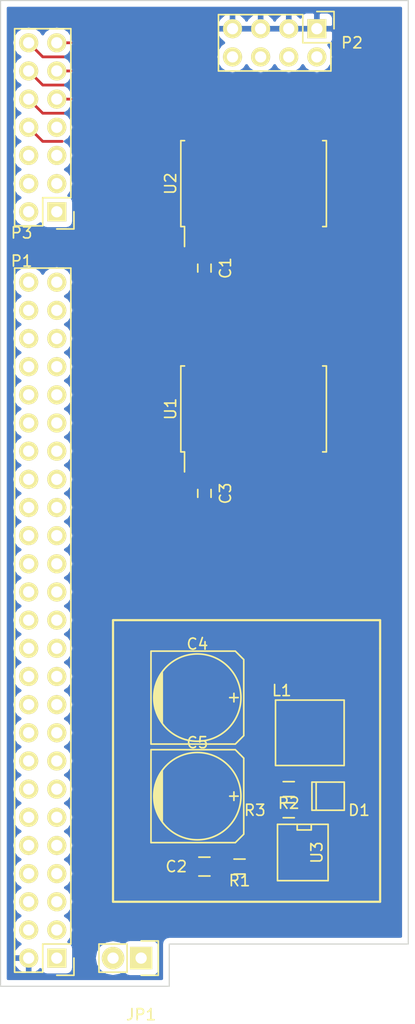
<source format=kicad_pcb>
(kicad_pcb (version 4) (host pcbnew 0.201506122246+5743~23~ubuntu14.04.1-product)

  (general
    (links 62)
    (no_connects 58)
    (area 99.009999 27.889999 135.940001 116.890001)
    (thickness 1.6)
    (drawings 16)
    (tracks 16)
    (zones 0)
    (modules 17)
    (nets 81)
  )

  (page A4)
  (layers
    (0 F.Cu signal)
    (31 B.Cu signal)
    (32 B.Adhes user)
    (33 F.Adhes user)
    (34 B.Paste user)
    (35 F.Paste user)
    (36 B.SilkS user)
    (37 F.SilkS user)
    (38 B.Mask user)
    (39 F.Mask user)
    (40 Dwgs.User user)
    (41 Cmts.User user)
    (42 Eco1.User user)
    (43 Eco2.User user)
    (44 Edge.Cuts user)
    (45 Margin user)
    (46 B.CrtYd user)
    (47 F.CrtYd user)
    (48 B.Fab user)
    (49 F.Fab user)
  )

  (setup
    (last_trace_width 0.25)
    (trace_clearance 0.2)
    (zone_clearance 0.508)
    (zone_45_only no)
    (trace_min 0.2)
    (segment_width 0.2)
    (edge_width 0.1)
    (via_size 0.6)
    (via_drill 0.4)
    (via_min_size 0.4)
    (via_min_drill 0.3)
    (uvia_size 0.3)
    (uvia_drill 0.1)
    (uvias_allowed no)
    (uvia_min_size 0.2)
    (uvia_min_drill 0.1)
    (pcb_text_width 0.3)
    (pcb_text_size 1.5 1.5)
    (mod_edge_width 0.15)
    (mod_text_size 1 1)
    (mod_text_width 0.15)
    (pad_size 1.5 1.5)
    (pad_drill 0.6)
    (pad_to_mask_clearance 0)
    (aux_axis_origin 0 0)
    (visible_elements FFFFFF7F)
    (pcbplotparams
      (layerselection 0x00030_80000001)
      (usegerberextensions false)
      (excludeedgelayer true)
      (linewidth 0.100000)
      (plotframeref false)
      (viasonmask false)
      (mode 1)
      (useauxorigin false)
      (hpglpennumber 1)
      (hpglpenspeed 20)
      (hpglpendiameter 15)
      (hpglpenoverlay 2)
      (psnegative false)
      (psa4output false)
      (plotreference true)
      (plotvalue true)
      (plotinvisibletext false)
      (padsonsilk false)
      (subtractmaskfromsilk false)
      (outputformat 1)
      (mirror false)
      (drillshape 1)
      (scaleselection 1)
      (outputdirectory ""))
  )

  (net 0 "")
  (net 1 GND)
  (net 2 19V)
  (net 3 "Net-(P3-Pad1)")
  (net 4 "Net-(P3-Pad3)")
  (net 5 "Net-(P3-Pad4)")
  (net 6 "Net-(P3-Pad5)")
  (net 7 "Net-(P3-Pad6)")
  (net 8 "Net-(P3-Pad7)")
  (net 9 "Net-(P3-Pad8)")
  (net 10 "Net-(P3-Pad9)")
  (net 11 "Net-(P3-Pad10)")
  (net 12 "Net-(P3-Pad11)")
  (net 13 "Net-(P3-Pad12)")
  (net 14 "Net-(P3-Pad13)")
  (net 15 "Net-(P3-Pad14)")
  (net 16 "Net-(U1-Pad1)")
  (net 17 "Net-(U1-Pad18)")
  (net 18 "Net-(U1-Pad20)")
  (net 19 "Net-(U2-Pad1)")
  (net 20 "Net-(U2-Pad14)")
  (net 21 "Net-(U2-Pad15)")
  (net 22 "Net-(U2-Pad16)")
  (net 23 "Net-(U2-Pad17)")
  (net 24 "Net-(U2-Pad18)")
  (net 25 "Net-(U2-Pad20)")
  (net 26 +5V)
  (net 27 "Net-(C2-Pad1)")
  (net 28 "Net-(D1-Pad2)")
  (net 29 +12V)
  (net 30 "Net-(JP1-Pad2)")
  (net 31 "Net-(R1-Pad1)")
  (net 32 "Net-(R2-Pad2)")
  (net 33 "Net-(P1-Pad40)")
  (net 34 "Net-(P1-Pad25)")
  (net 35 "Net-(P1-Pad31)")
  (net 36 "Net-(P1-Pad32)")
  (net 37 "Net-(P1-Pad35)")
  (net 38 "Net-(U3-Pad4)")
  (net 39 "Net-(P1-Pad3)")
  (net 40 "Net-(P1-Pad5)")
  (net 41 "Net-(P1-Pad6)")
  (net 42 "Net-(P1-Pad7)")
  (net 43 "Net-(P1-Pad8)")
  (net 44 "Net-(P1-Pad9)")
  (net 45 "Net-(P1-Pad10)")
  (net 46 "Net-(P1-Pad11)")
  (net 47 "Net-(P1-Pad12)")
  (net 48 "Net-(P1-Pad13)")
  (net 49 "Net-(P1-Pad14)")
  (net 50 "Net-(P1-Pad15)")
  (net 51 "Net-(P1-Pad16)")
  (net 52 "Net-(P1-Pad17)")
  (net 53 "Net-(P1-Pad18)")
  (net 54 "Net-(P1-Pad19)")
  (net 55 "Net-(P1-Pad20)")
  (net 56 "Net-(P1-Pad21)")
  (net 57 "Net-(P1-Pad22)")
  (net 58 "Net-(P1-Pad23)")
  (net 59 "Net-(P1-Pad24)")
  (net 60 "Net-(P1-Pad26)")
  (net 61 "Net-(P1-Pad27)")
  (net 62 "Net-(P1-Pad28)")
  (net 63 "Net-(P1-Pad29)")
  (net 64 "Net-(P1-Pad30)")
  (net 65 "Net-(P1-Pad33)")
  (net 66 "Net-(P1-Pad34)")
  (net 67 "Net-(P1-Pad36)")
  (net 68 "Net-(P1-Pad37)")
  (net 69 "Net-(P1-Pad38)")
  (net 70 "Net-(P1-Pad39)")
  (net 71 "Net-(P1-Pad41)")
  (net 72 "Net-(P1-Pad42)")
  (net 73 "Net-(P1-Pad43)")
  (net 74 "Net-(P1-Pad44)")
  (net 75 "Net-(P1-Pad45)")
  (net 76 "Net-(P1-Pad46)")
  (net 77 "Net-(P1-Pad47)")
  (net 78 "Net-(P1-Pad48)")
  (net 79 "Net-(P1-Pad49)")
  (net 80 "Net-(P1-Pad50)")

  (net_class Default "This is the default net class."
    (clearance 0.2)
    (trace_width 0.25)
    (via_dia 0.6)
    (via_drill 0.4)
    (uvia_dia 0.3)
    (uvia_drill 0.1)
    (add_net +12V)
    (add_net +5V)
    (add_net 19V)
    (add_net GND)
    (add_net "Net-(C2-Pad1)")
    (add_net "Net-(D1-Pad2)")
    (add_net "Net-(JP1-Pad2)")
    (add_net "Net-(P1-Pad10)")
    (add_net "Net-(P1-Pad11)")
    (add_net "Net-(P1-Pad12)")
    (add_net "Net-(P1-Pad13)")
    (add_net "Net-(P1-Pad14)")
    (add_net "Net-(P1-Pad15)")
    (add_net "Net-(P1-Pad16)")
    (add_net "Net-(P1-Pad17)")
    (add_net "Net-(P1-Pad18)")
    (add_net "Net-(P1-Pad19)")
    (add_net "Net-(P1-Pad20)")
    (add_net "Net-(P1-Pad21)")
    (add_net "Net-(P1-Pad22)")
    (add_net "Net-(P1-Pad23)")
    (add_net "Net-(P1-Pad24)")
    (add_net "Net-(P1-Pad25)")
    (add_net "Net-(P1-Pad26)")
    (add_net "Net-(P1-Pad27)")
    (add_net "Net-(P1-Pad28)")
    (add_net "Net-(P1-Pad29)")
    (add_net "Net-(P1-Pad3)")
    (add_net "Net-(P1-Pad30)")
    (add_net "Net-(P1-Pad31)")
    (add_net "Net-(P1-Pad32)")
    (add_net "Net-(P1-Pad33)")
    (add_net "Net-(P1-Pad34)")
    (add_net "Net-(P1-Pad35)")
    (add_net "Net-(P1-Pad36)")
    (add_net "Net-(P1-Pad37)")
    (add_net "Net-(P1-Pad38)")
    (add_net "Net-(P1-Pad39)")
    (add_net "Net-(P1-Pad40)")
    (add_net "Net-(P1-Pad41)")
    (add_net "Net-(P1-Pad42)")
    (add_net "Net-(P1-Pad43)")
    (add_net "Net-(P1-Pad44)")
    (add_net "Net-(P1-Pad45)")
    (add_net "Net-(P1-Pad46)")
    (add_net "Net-(P1-Pad47)")
    (add_net "Net-(P1-Pad48)")
    (add_net "Net-(P1-Pad49)")
    (add_net "Net-(P1-Pad5)")
    (add_net "Net-(P1-Pad50)")
    (add_net "Net-(P1-Pad6)")
    (add_net "Net-(P1-Pad7)")
    (add_net "Net-(P1-Pad8)")
    (add_net "Net-(P1-Pad9)")
    (add_net "Net-(P3-Pad1)")
    (add_net "Net-(P3-Pad10)")
    (add_net "Net-(P3-Pad11)")
    (add_net "Net-(P3-Pad12)")
    (add_net "Net-(P3-Pad13)")
    (add_net "Net-(P3-Pad14)")
    (add_net "Net-(P3-Pad3)")
    (add_net "Net-(P3-Pad4)")
    (add_net "Net-(P3-Pad5)")
    (add_net "Net-(P3-Pad6)")
    (add_net "Net-(P3-Pad7)")
    (add_net "Net-(P3-Pad8)")
    (add_net "Net-(P3-Pad9)")
    (add_net "Net-(R1-Pad1)")
    (add_net "Net-(R2-Pad2)")
    (add_net "Net-(U1-Pad1)")
    (add_net "Net-(U1-Pad18)")
    (add_net "Net-(U1-Pad20)")
    (add_net "Net-(U2-Pad1)")
    (add_net "Net-(U2-Pad14)")
    (add_net "Net-(U2-Pad15)")
    (add_net "Net-(U2-Pad16)")
    (add_net "Net-(U2-Pad17)")
    (add_net "Net-(U2-Pad18)")
    (add_net "Net-(U2-Pad20)")
    (add_net "Net-(U3-Pad4)")
  )

  (module Capacitors_SMD:C_0603 (layer F.Cu) (tedit 5415D631) (tstamp 559E5C71)
    (at 117.475 52.07 270)
    (descr "Capacitor SMD 0603, reflow soldering, AVX (see smccp.pdf)")
    (tags "capacitor 0603")
    (path /559CFD31)
    (attr smd)
    (fp_text reference C1 (at 0 -1.9 270) (layer F.SilkS)
      (effects (font (size 1 1) (thickness 0.15)))
    )
    (fp_text value 0.1uF (at 0 1.9 270) (layer F.Fab)
      (effects (font (size 1 1) (thickness 0.15)))
    )
    (fp_line (start -1.45 -0.75) (end 1.45 -0.75) (layer F.CrtYd) (width 0.05))
    (fp_line (start -1.45 0.75) (end 1.45 0.75) (layer F.CrtYd) (width 0.05))
    (fp_line (start -1.45 -0.75) (end -1.45 0.75) (layer F.CrtYd) (width 0.05))
    (fp_line (start 1.45 -0.75) (end 1.45 0.75) (layer F.CrtYd) (width 0.05))
    (fp_line (start -0.35 -0.6) (end 0.35 -0.6) (layer F.SilkS) (width 0.15))
    (fp_line (start 0.35 0.6) (end -0.35 0.6) (layer F.SilkS) (width 0.15))
    (pad 1 smd rect (at -0.75 0 270) (size 0.8 0.75) (layers F.Cu F.Paste F.Mask)
      (net 26 +5V))
    (pad 2 smd rect (at 0.75 0 270) (size 0.8 0.75) (layers F.Cu F.Paste F.Mask)
      (net 1 GND))
    (model Capacitors_SMD.3dshapes/C_0603.wrl
      (at (xyz 0 0 0))
      (scale (xyz 1 1 1))
      (rotate (xyz 0 0 0))
    )
  )

  (module Capacitors_SMD:C_0603 (layer F.Cu) (tedit 5415D631) (tstamp 559E5C7D)
    (at 117.475 72.39 270)
    (descr "Capacitor SMD 0603, reflow soldering, AVX (see smccp.pdf)")
    (tags "capacitor 0603")
    (path /559D1954)
    (attr smd)
    (fp_text reference C3 (at 0 -1.9 270) (layer F.SilkS)
      (effects (font (size 1 1) (thickness 0.15)))
    )
    (fp_text value 0.1uF (at 0 1.9 270) (layer F.Fab)
      (effects (font (size 1 1) (thickness 0.15)))
    )
    (fp_line (start -1.45 -0.75) (end 1.45 -0.75) (layer F.CrtYd) (width 0.05))
    (fp_line (start -1.45 0.75) (end 1.45 0.75) (layer F.CrtYd) (width 0.05))
    (fp_line (start -1.45 -0.75) (end -1.45 0.75) (layer F.CrtYd) (width 0.05))
    (fp_line (start 1.45 -0.75) (end 1.45 0.75) (layer F.CrtYd) (width 0.05))
    (fp_line (start -0.35 -0.6) (end 0.35 -0.6) (layer F.SilkS) (width 0.15))
    (fp_line (start 0.35 0.6) (end -0.35 0.6) (layer F.SilkS) (width 0.15))
    (pad 1 smd rect (at -0.75 0 270) (size 0.8 0.75) (layers F.Cu F.Paste F.Mask)
      (net 26 +5V))
    (pad 2 smd rect (at 0.75 0 270) (size 0.8 0.75) (layers F.Cu F.Paste F.Mask)
      (net 1 GND))
    (model Capacitors_SMD.3dshapes/C_0603.wrl
      (at (xyz 0 0 0))
      (scale (xyz 1 1 1))
      (rotate (xyz 0 0 0))
    )
  )

  (module Socket_Strips:Socket_Strip_Straight_1x02 (layer F.Cu) (tedit 54E9F75E) (tstamp 559E5C8F)
    (at 111.76 114.3 180)
    (descr "Through hole socket strip")
    (tags "socket strip")
    (path /559E2C38)
    (fp_text reference JP1 (at 0 -5.1 180) (layer F.SilkS)
      (effects (font (size 1 1) (thickness 0.15)))
    )
    (fp_text value 12V_EN (at 0 -3.1 180) (layer F.Fab)
      (effects (font (size 1 1) (thickness 0.15)))
    )
    (fp_line (start -1.55 1.55) (end 0 1.55) (layer F.SilkS) (width 0.15))
    (fp_line (start 3.81 1.27) (end 1.27 1.27) (layer F.SilkS) (width 0.15))
    (fp_line (start -1.75 -1.75) (end -1.75 1.75) (layer F.CrtYd) (width 0.05))
    (fp_line (start 4.3 -1.75) (end 4.3 1.75) (layer F.CrtYd) (width 0.05))
    (fp_line (start -1.75 -1.75) (end 4.3 -1.75) (layer F.CrtYd) (width 0.05))
    (fp_line (start -1.75 1.75) (end 4.3 1.75) (layer F.CrtYd) (width 0.05))
    (fp_line (start 1.27 1.27) (end 1.27 -1.27) (layer F.SilkS) (width 0.15))
    (fp_line (start 0 -1.55) (end -1.55 -1.55) (layer F.SilkS) (width 0.15))
    (fp_line (start -1.55 -1.55) (end -1.55 1.55) (layer F.SilkS) (width 0.15))
    (fp_line (start 1.27 -1.27) (end 3.81 -1.27) (layer F.SilkS) (width 0.15))
    (fp_line (start 3.81 -1.27) (end 3.81 1.27) (layer F.SilkS) (width 0.15))
    (pad 1 thru_hole rect (at 0 0 180) (size 2.032 2.032) (drill 1.016) (layers *.Cu *.Mask F.SilkS)
      (net 29 +12V))
    (pad 2 thru_hole oval (at 2.54 0 180) (size 2.032 2.032) (drill 1.016) (layers *.Cu *.Mask F.SilkS)
      (net 30 "Net-(JP1-Pad2)"))
    (model Socket_Strips.3dshapes/Socket_Strip_Straight_1x02.wrl
      (at (xyz 0.05 0 0))
      (scale (xyz 1 1 1))
      (rotate (xyz 0 0 180))
    )
  )

  (module InkJetPart:CLF6045_Inductor (layer F.Cu) (tedit 559E5280) (tstamp 559E5C95)
    (at 127 93.98 180)
    (path /559E451D)
    (fp_text reference L1 (at 2.54 3.81 180) (layer F.SilkS)
      (effects (font (size 1 1) (thickness 0.15)))
    )
    (fp_text value 220uH (at -1.27 3.81 180) (layer F.Fab)
      (effects (font (size 1 1) (thickness 0.15)))
    )
    (fp_line (start -3.1 2.95) (end 3.1 2.95) (layer F.SilkS) (width 0.15))
    (fp_line (start 3.1 -2.95) (end 3.1 2.95) (layer F.SilkS) (width 0.15))
    (fp_line (start -3.1 -2.95) (end 3.1 -2.95) (layer F.SilkS) (width 0.15))
    (fp_line (start -3.1 2.95) (end -3.1 -2.95) (layer F.SilkS) (width 0.15))
    (pad 1 smd rect (at -2.65 0 180) (size 1.7 2.2) (layers F.Cu F.Paste F.Mask)
      (net 29 +12V))
    (pad 2 smd rect (at 2.65 0 180) (size 1.7 2.2) (layers F.Cu F.Paste F.Mask)
      (net 28 "Net-(D1-Pad2)"))
  )

  (module Pin_Headers:Pin_Header_Straight_2x04 (layer F.Cu) (tedit 0) (tstamp 559E5CD7)
    (at 127.635 30.48 270)
    (descr "Through hole pin header")
    (tags "pin header")
    (path /559E8443)
    (fp_text reference P2 (at 1.27 -3.175 360) (layer F.SilkS)
      (effects (font (size 1 1) (thickness 0.15)))
    )
    (fp_text value PWR (at 1.27 10.16 450) (layer F.Fab)
      (effects (font (size 1 1) (thickness 0.15)))
    )
    (fp_line (start -1.75 -1.75) (end -1.75 9.4) (layer F.CrtYd) (width 0.05))
    (fp_line (start 4.3 -1.75) (end 4.3 9.4) (layer F.CrtYd) (width 0.05))
    (fp_line (start -1.75 -1.75) (end 4.3 -1.75) (layer F.CrtYd) (width 0.05))
    (fp_line (start -1.75 9.4) (end 4.3 9.4) (layer F.CrtYd) (width 0.05))
    (fp_line (start -1.27 1.27) (end -1.27 8.89) (layer F.SilkS) (width 0.15))
    (fp_line (start -1.27 8.89) (end 3.81 8.89) (layer F.SilkS) (width 0.15))
    (fp_line (start 3.81 8.89) (end 3.81 -1.27) (layer F.SilkS) (width 0.15))
    (fp_line (start 3.81 -1.27) (end 1.27 -1.27) (layer F.SilkS) (width 0.15))
    (fp_line (start 0 -1.55) (end -1.55 -1.55) (layer F.SilkS) (width 0.15))
    (fp_line (start 1.27 -1.27) (end 1.27 1.27) (layer F.SilkS) (width 0.15))
    (fp_line (start 1.27 1.27) (end -1.27 1.27) (layer F.SilkS) (width 0.15))
    (fp_line (start -1.55 -1.55) (end -1.55 0) (layer F.SilkS) (width 0.15))
    (pad 1 thru_hole rect (at 0 0 270) (size 1.7272 1.7272) (drill 1.016) (layers *.Cu *.Mask F.SilkS)
      (net 1 GND))
    (pad 2 thru_hole oval (at 2.54 0 270) (size 1.7272 1.7272) (drill 1.016) (layers *.Cu *.Mask F.SilkS)
      (net 2 19V))
    (pad 3 thru_hole oval (at 0 2.54 270) (size 1.7272 1.7272) (drill 1.016) (layers *.Cu *.Mask F.SilkS)
      (net 1 GND))
    (pad 4 thru_hole oval (at 2.54 2.54 270) (size 1.7272 1.7272) (drill 1.016) (layers *.Cu *.Mask F.SilkS)
      (net 2 19V))
    (pad 5 thru_hole oval (at 0 5.08 270) (size 1.7272 1.7272) (drill 1.016) (layers *.Cu *.Mask F.SilkS)
      (net 1 GND))
    (pad 6 thru_hole oval (at 2.54 5.08 270) (size 1.7272 1.7272) (drill 1.016) (layers *.Cu *.Mask F.SilkS)
      (net 29 +12V))
    (pad 7 thru_hole oval (at 0 7.62 270) (size 1.7272 1.7272) (drill 1.016) (layers *.Cu *.Mask F.SilkS)
      (net 1 GND))
    (pad 8 thru_hole oval (at 2.54 7.62 270) (size 1.7272 1.7272) (drill 1.016) (layers *.Cu *.Mask F.SilkS)
      (net 29 +12V))
    (model Pin_Headers.3dshapes/Pin_Header_Straight_2x04.wrl
      (at (xyz 0.05 -0.15 0))
      (scale (xyz 1 1 1))
      (rotate (xyz 0 0 90))
    )
  )

  (module Pin_Headers:Pin_Header_Straight_2x07 (layer F.Cu) (tedit 0) (tstamp 559E5CE9)
    (at 104.14 46.99 180)
    (descr "Through hole pin header")
    (tags "pin header")
    (path /559CF69E)
    (fp_text reference P3 (at 3.175 -1.905 180) (layer F.SilkS)
      (effects (font (size 1 1) (thickness 0.15)))
    )
    (fp_text value INKJET (at -2.54 9.525 270) (layer F.Fab)
      (effects (font (size 1 1) (thickness 0.15)))
    )
    (fp_line (start -1.75 -1.75) (end -1.75 17) (layer F.CrtYd) (width 0.05))
    (fp_line (start 4.3 -1.75) (end 4.3 17) (layer F.CrtYd) (width 0.05))
    (fp_line (start -1.75 -1.75) (end 4.3 -1.75) (layer F.CrtYd) (width 0.05))
    (fp_line (start -1.75 17) (end 4.3 17) (layer F.CrtYd) (width 0.05))
    (fp_line (start 3.81 16.51) (end 3.81 -1.27) (layer F.SilkS) (width 0.15))
    (fp_line (start -1.27 1.27) (end -1.27 16.51) (layer F.SilkS) (width 0.15))
    (fp_line (start 3.81 16.51) (end -1.27 16.51) (layer F.SilkS) (width 0.15))
    (fp_line (start 3.81 -1.27) (end 1.27 -1.27) (layer F.SilkS) (width 0.15))
    (fp_line (start 0 -1.55) (end -1.55 -1.55) (layer F.SilkS) (width 0.15))
    (fp_line (start 1.27 -1.27) (end 1.27 1.27) (layer F.SilkS) (width 0.15))
    (fp_line (start 1.27 1.27) (end -1.27 1.27) (layer F.SilkS) (width 0.15))
    (fp_line (start -1.55 -1.55) (end -1.55 0) (layer F.SilkS) (width 0.15))
    (pad 1 thru_hole rect (at 0 0 180) (size 1.7272 1.7272) (drill 1.016) (layers *.Cu *.Mask F.SilkS)
      (net 3 "Net-(P3-Pad1)"))
    (pad 2 thru_hole oval (at 2.54 0 180) (size 1.7272 1.7272) (drill 1.016) (layers *.Cu *.Mask F.SilkS)
      (net 2 19V))
    (pad 3 thru_hole oval (at 0 2.54 180) (size 1.7272 1.7272) (drill 1.016) (layers *.Cu *.Mask F.SilkS)
      (net 4 "Net-(P3-Pad3)"))
    (pad 4 thru_hole oval (at 2.54 2.54 180) (size 1.7272 1.7272) (drill 1.016) (layers *.Cu *.Mask F.SilkS)
      (net 5 "Net-(P3-Pad4)"))
    (pad 5 thru_hole oval (at 0 5.08 180) (size 1.7272 1.7272) (drill 1.016) (layers *.Cu *.Mask F.SilkS)
      (net 6 "Net-(P3-Pad5)"))
    (pad 6 thru_hole oval (at 2.54 5.08 180) (size 1.7272 1.7272) (drill 1.016) (layers *.Cu *.Mask F.SilkS)
      (net 7 "Net-(P3-Pad6)"))
    (pad 7 thru_hole oval (at 0 7.62 180) (size 1.7272 1.7272) (drill 1.016) (layers *.Cu *.Mask F.SilkS)
      (net 8 "Net-(P3-Pad7)"))
    (pad 8 thru_hole oval (at 2.54 7.62 180) (size 1.7272 1.7272) (drill 1.016) (layers *.Cu *.Mask F.SilkS)
      (net 9 "Net-(P3-Pad8)"))
    (pad 9 thru_hole oval (at 0 10.16 180) (size 1.7272 1.7272) (drill 1.016) (layers *.Cu *.Mask F.SilkS)
      (net 10 "Net-(P3-Pad9)"))
    (pad 10 thru_hole oval (at 2.54 10.16 180) (size 1.7272 1.7272) (drill 1.016) (layers *.Cu *.Mask F.SilkS)
      (net 11 "Net-(P3-Pad10)"))
    (pad 11 thru_hole oval (at 0 12.7 180) (size 1.7272 1.7272) (drill 1.016) (layers *.Cu *.Mask F.SilkS)
      (net 12 "Net-(P3-Pad11)"))
    (pad 12 thru_hole oval (at 2.54 12.7 180) (size 1.7272 1.7272) (drill 1.016) (layers *.Cu *.Mask F.SilkS)
      (net 13 "Net-(P3-Pad12)"))
    (pad 13 thru_hole oval (at 0 15.24 180) (size 1.7272 1.7272) (drill 1.016) (layers *.Cu *.Mask F.SilkS)
      (net 14 "Net-(P3-Pad13)"))
    (pad 14 thru_hole oval (at 2.54 15.24 180) (size 1.7272 1.7272) (drill 1.016) (layers *.Cu *.Mask F.SilkS)
      (net 15 "Net-(P3-Pad14)"))
    (model Pin_Headers.3dshapes/Pin_Header_Straight_2x07.wrl
      (at (xyz 0.05 -0.3 0))
      (scale (xyz 1 1 1))
      (rotate (xyz 0 0 90))
    )
  )

  (module Resistors_SMD:R_0603 (layer F.Cu) (tedit 5415CC62) (tstamp 559E5CEF)
    (at 120.65 106.045 180)
    (descr "Resistor SMD 0603, reflow soldering, Vishay (see dcrcw.pdf)")
    (tags "resistor 0603")
    (path /559E47C2)
    (attr smd)
    (fp_text reference R1 (at 0 -1.27 180) (layer F.SilkS)
      (effects (font (size 1 1) (thickness 0.15)))
    )
    (fp_text value 1k (at 0 1.27 180) (layer F.Fab)
      (effects (font (size 1 1) (thickness 0.15)))
    )
    (fp_line (start -1.3 -0.8) (end 1.3 -0.8) (layer F.CrtYd) (width 0.05))
    (fp_line (start -1.3 0.8) (end 1.3 0.8) (layer F.CrtYd) (width 0.05))
    (fp_line (start -1.3 -0.8) (end -1.3 0.8) (layer F.CrtYd) (width 0.05))
    (fp_line (start 1.3 -0.8) (end 1.3 0.8) (layer F.CrtYd) (width 0.05))
    (fp_line (start 0.5 0.675) (end -0.5 0.675) (layer F.SilkS) (width 0.15))
    (fp_line (start -0.5 -0.675) (end 0.5 -0.675) (layer F.SilkS) (width 0.15))
    (pad 1 smd rect (at -0.75 0 180) (size 0.5 0.9) (layers F.Cu F.Paste F.Mask)
      (net 31 "Net-(R1-Pad1)"))
    (pad 2 smd rect (at 0.75 0 180) (size 0.5 0.9) (layers F.Cu F.Paste F.Mask)
      (net 27 "Net-(C2-Pad1)"))
    (model Resistors_SMD.3dshapes/R_0603.wrl
      (at (xyz 0 0 0))
      (scale (xyz 1 1 1))
      (rotate (xyz 0 0 0))
    )
  )

  (module Resistors_SMD:R_0603 (layer F.Cu) (tedit 5415CC62) (tstamp 559E5CF5)
    (at 125.095 99.06 180)
    (descr "Resistor SMD 0603, reflow soldering, Vishay (see dcrcw.pdf)")
    (tags "resistor 0603")
    (path /559E4700)
    (attr smd)
    (fp_text reference R2 (at 0 -1.27 180) (layer F.SilkS)
      (effects (font (size 1 1) (thickness 0.15)))
    )
    (fp_text value R (at 0.75 1.27 180) (layer F.Fab)
      (effects (font (size 1 1) (thickness 0.15)))
    )
    (fp_line (start -1.3 -0.8) (end 1.3 -0.8) (layer F.CrtYd) (width 0.05))
    (fp_line (start -1.3 0.8) (end 1.3 0.8) (layer F.CrtYd) (width 0.05))
    (fp_line (start -1.3 -0.8) (end -1.3 0.8) (layer F.CrtYd) (width 0.05))
    (fp_line (start 1.3 -0.8) (end 1.3 0.8) (layer F.CrtYd) (width 0.05))
    (fp_line (start 0.5 0.675) (end -0.5 0.675) (layer F.SilkS) (width 0.15))
    (fp_line (start -0.5 -0.675) (end 0.5 -0.675) (layer F.SilkS) (width 0.15))
    (pad 1 smd rect (at -0.75 0 180) (size 0.5 0.9) (layers F.Cu F.Paste F.Mask)
      (net 2 19V))
    (pad 2 smd rect (at 0.75 0 180) (size 0.5 0.9) (layers F.Cu F.Paste F.Mask)
      (net 32 "Net-(R2-Pad2)"))
    (model Resistors_SMD.3dshapes/R_0603.wrl
      (at (xyz 0 0 0))
      (scale (xyz 1 1 1))
      (rotate (xyz 0 0 0))
    )
  )

  (module Resistors_SMD:R_0603 (layer F.Cu) (tedit 5415CC62) (tstamp 559E5CFB)
    (at 125.095 100.965 180)
    (descr "Resistor SMD 0603, reflow soldering, Vishay (see dcrcw.pdf)")
    (tags "resistor 0603")
    (path /559E4771)
    (attr smd)
    (fp_text reference R3 (at 3.06 0 180) (layer F.SilkS)
      (effects (font (size 1 1) (thickness 0.15)))
    )
    (fp_text value R (at 0.635 1.27 180) (layer F.Fab)
      (effects (font (size 1 1) (thickness 0.15)))
    )
    (fp_line (start -1.3 -0.8) (end 1.3 -0.8) (layer F.CrtYd) (width 0.05))
    (fp_line (start -1.3 0.8) (end 1.3 0.8) (layer F.CrtYd) (width 0.05))
    (fp_line (start -1.3 -0.8) (end -1.3 0.8) (layer F.CrtYd) (width 0.05))
    (fp_line (start 1.3 -0.8) (end 1.3 0.8) (layer F.CrtYd) (width 0.05))
    (fp_line (start 0.5 0.675) (end -0.5 0.675) (layer F.SilkS) (width 0.15))
    (fp_line (start -0.5 -0.675) (end 0.5 -0.675) (layer F.SilkS) (width 0.15))
    (pad 1 smd rect (at -0.75 0 180) (size 0.5 0.9) (layers F.Cu F.Paste F.Mask)
      (net 32 "Net-(R2-Pad2)"))
    (pad 2 smd rect (at 0.75 0 180) (size 0.5 0.9) (layers F.Cu F.Paste F.Mask)
      (net 1 GND))
    (model Resistors_SMD.3dshapes/R_0603.wrl
      (at (xyz 0 0 0))
      (scale (xyz 1 1 1))
      (rotate (xyz 0 0 0))
    )
  )

  (module Housings_SOIC:SOIC-20_7.5x12.8mm_Pitch1.27mm (layer F.Cu) (tedit 54130A77) (tstamp 559E5D13)
    (at 121.92 64.77 90)
    (descr "20-Lead Plastic Small Outline (SO) - Wide, 7.50 mm Body [SOIC] (see Microchip Packaging Specification 00000049BS.pdf)")
    (tags "SOIC 1.27")
    (path /559CF38A)
    (attr smd)
    (fp_text reference U1 (at 0 -7.5 90) (layer F.SilkS)
      (effects (font (size 1 1) (thickness 0.15)))
    )
    (fp_text value 6B595 (at 0 7.5 90) (layer F.Fab)
      (effects (font (size 1 1) (thickness 0.15)))
    )
    (fp_line (start -5.95 -6.75) (end -5.95 6.75) (layer F.CrtYd) (width 0.05))
    (fp_line (start 5.95 -6.75) (end 5.95 6.75) (layer F.CrtYd) (width 0.05))
    (fp_line (start -5.95 -6.75) (end 5.95 -6.75) (layer F.CrtYd) (width 0.05))
    (fp_line (start -5.95 6.75) (end 5.95 6.75) (layer F.CrtYd) (width 0.05))
    (fp_line (start -3.875 -6.575) (end -3.875 -6.24) (layer F.SilkS) (width 0.15))
    (fp_line (start 3.875 -6.575) (end 3.875 -6.24) (layer F.SilkS) (width 0.15))
    (fp_line (start 3.875 6.575) (end 3.875 6.24) (layer F.SilkS) (width 0.15))
    (fp_line (start -3.875 6.575) (end -3.875 6.24) (layer F.SilkS) (width 0.15))
    (fp_line (start -3.875 -6.575) (end 3.875 -6.575) (layer F.SilkS) (width 0.15))
    (fp_line (start -3.875 6.575) (end 3.875 6.575) (layer F.SilkS) (width 0.15))
    (fp_line (start -3.875 -6.24) (end -5.675 -6.24) (layer F.SilkS) (width 0.15))
    (pad 1 smd rect (at -4.7 -5.715 90) (size 1.95 0.6) (layers F.Cu F.Paste F.Mask)
      (net 16 "Net-(U1-Pad1)"))
    (pad 2 smd rect (at -4.7 -4.445 90) (size 1.95 0.6) (layers F.Cu F.Paste F.Mask)
      (net 26 +5V))
    (pad 3 smd rect (at -4.7 -3.175 90) (size 1.95 0.6) (layers F.Cu F.Paste F.Mask)
      (net 33 "Net-(P1-Pad40)"))
    (pad 4 smd rect (at -4.7 -1.905 90) (size 1.95 0.6) (layers F.Cu F.Paste F.Mask)
      (net 5 "Net-(P3-Pad4)"))
    (pad 5 smd rect (at -4.7 -0.635 90) (size 1.95 0.6) (layers F.Cu F.Paste F.Mask)
      (net 4 "Net-(P3-Pad3)"))
    (pad 6 smd rect (at -4.7 0.635 90) (size 1.95 0.6) (layers F.Cu F.Paste F.Mask)
      (net 7 "Net-(P3-Pad6)"))
    (pad 7 smd rect (at -4.7 1.905 90) (size 1.95 0.6) (layers F.Cu F.Paste F.Mask)
      (net 6 "Net-(P3-Pad5)"))
    (pad 8 smd rect (at -4.7 3.175 90) (size 1.95 0.6) (layers F.Cu F.Paste F.Mask)
      (net 34 "Net-(P1-Pad25)"))
    (pad 9 smd rect (at -4.7 4.445 90) (size 1.95 0.6) (layers F.Cu F.Paste F.Mask)
      (net 35 "Net-(P1-Pad31)"))
    (pad 10 smd rect (at -4.7 5.715 90) (size 1.95 0.6) (layers F.Cu F.Paste F.Mask)
      (net 1 GND))
    (pad 11 smd rect (at 4.7 5.715 90) (size 1.95 0.6) (layers F.Cu F.Paste F.Mask)
      (net 1 GND))
    (pad 12 smd rect (at 4.7 4.445 90) (size 1.95 0.6) (layers F.Cu F.Paste F.Mask)
      (net 36 "Net-(P1-Pad32)"))
    (pad 13 smd rect (at 4.7 3.175 90) (size 1.95 0.6) (layers F.Cu F.Paste F.Mask)
      (net 37 "Net-(P1-Pad35)"))
    (pad 14 smd rect (at 4.7 1.905 90) (size 1.95 0.6) (layers F.Cu F.Paste F.Mask)
      (net 9 "Net-(P3-Pad8)"))
    (pad 15 smd rect (at 4.7 0.635 90) (size 1.95 0.6) (layers F.Cu F.Paste F.Mask)
      (net 8 "Net-(P3-Pad7)"))
    (pad 16 smd rect (at 4.7 -0.635 90) (size 1.95 0.6) (layers F.Cu F.Paste F.Mask)
      (net 11 "Net-(P3-Pad10)"))
    (pad 17 smd rect (at 4.7 -1.905 90) (size 1.95 0.6) (layers F.Cu F.Paste F.Mask)
      (net 10 "Net-(P3-Pad9)"))
    (pad 18 smd rect (at 4.7 -3.175 90) (size 1.95 0.6) (layers F.Cu F.Paste F.Mask)
      (net 17 "Net-(U1-Pad18)"))
    (pad 19 smd rect (at 4.7 -4.445 90) (size 1.95 0.6) (layers F.Cu F.Paste F.Mask)
      (net 1 GND))
    (pad 20 smd rect (at 4.7 -5.715 90) (size 1.95 0.6) (layers F.Cu F.Paste F.Mask)
      (net 18 "Net-(U1-Pad20)"))
    (model Housings_SOIC.3dshapes/SOIC-20_7.5x12.8mm_Pitch1.27mm.wrl
      (at (xyz 0 0 0))
      (scale (xyz 1 1 1))
      (rotate (xyz 0 0 0))
    )
  )

  (module Housings_SOIC:SOIC-20_7.5x12.8mm_Pitch1.27mm (layer F.Cu) (tedit 54130A77) (tstamp 559E5D2B)
    (at 121.92 44.45 90)
    (descr "20-Lead Plastic Small Outline (SO) - Wide, 7.50 mm Body [SOIC] (see Microchip Packaging Specification 00000049BS.pdf)")
    (tags "SOIC 1.27")
    (path /559CF3EE)
    (attr smd)
    (fp_text reference U2 (at 0 -7.5 90) (layer F.SilkS)
      (effects (font (size 1 1) (thickness 0.15)))
    )
    (fp_text value 6B595 (at 0 7.5 90) (layer F.Fab)
      (effects (font (size 1 1) (thickness 0.15)))
    )
    (fp_line (start -5.95 -6.75) (end -5.95 6.75) (layer F.CrtYd) (width 0.05))
    (fp_line (start 5.95 -6.75) (end 5.95 6.75) (layer F.CrtYd) (width 0.05))
    (fp_line (start -5.95 -6.75) (end 5.95 -6.75) (layer F.CrtYd) (width 0.05))
    (fp_line (start -5.95 6.75) (end 5.95 6.75) (layer F.CrtYd) (width 0.05))
    (fp_line (start -3.875 -6.575) (end -3.875 -6.24) (layer F.SilkS) (width 0.15))
    (fp_line (start 3.875 -6.575) (end 3.875 -6.24) (layer F.SilkS) (width 0.15))
    (fp_line (start 3.875 6.575) (end 3.875 6.24) (layer F.SilkS) (width 0.15))
    (fp_line (start -3.875 6.575) (end -3.875 6.24) (layer F.SilkS) (width 0.15))
    (fp_line (start -3.875 -6.575) (end 3.875 -6.575) (layer F.SilkS) (width 0.15))
    (fp_line (start -3.875 6.575) (end 3.875 6.575) (layer F.SilkS) (width 0.15))
    (fp_line (start -3.875 -6.24) (end -5.675 -6.24) (layer F.SilkS) (width 0.15))
    (pad 1 smd rect (at -4.7 -5.715 90) (size 1.95 0.6) (layers F.Cu F.Paste F.Mask)
      (net 19 "Net-(U2-Pad1)"))
    (pad 2 smd rect (at -4.7 -4.445 90) (size 1.95 0.6) (layers F.Cu F.Paste F.Mask)
      (net 26 +5V))
    (pad 3 smd rect (at -4.7 -3.175 90) (size 1.95 0.6) (layers F.Cu F.Paste F.Mask)
      (net 17 "Net-(U1-Pad18)"))
    (pad 4 smd rect (at -4.7 -1.905 90) (size 1.95 0.6) (layers F.Cu F.Paste F.Mask)
      (net 13 "Net-(P3-Pad12)"))
    (pad 5 smd rect (at -4.7 -0.635 90) (size 1.95 0.6) (layers F.Cu F.Paste F.Mask)
      (net 12 "Net-(P3-Pad11)"))
    (pad 6 smd rect (at -4.7 0.635 90) (size 1.95 0.6) (layers F.Cu F.Paste F.Mask)
      (net 15 "Net-(P3-Pad14)"))
    (pad 7 smd rect (at -4.7 1.905 90) (size 1.95 0.6) (layers F.Cu F.Paste F.Mask)
      (net 14 "Net-(P3-Pad13)"))
    (pad 8 smd rect (at -4.7 3.175 90) (size 1.95 0.6) (layers F.Cu F.Paste F.Mask)
      (net 34 "Net-(P1-Pad25)"))
    (pad 9 smd rect (at -4.7 4.445 90) (size 1.95 0.6) (layers F.Cu F.Paste F.Mask)
      (net 35 "Net-(P1-Pad31)"))
    (pad 10 smd rect (at -4.7 5.715 90) (size 1.95 0.6) (layers F.Cu F.Paste F.Mask)
      (net 1 GND))
    (pad 11 smd rect (at 4.7 5.715 90) (size 1.95 0.6) (layers F.Cu F.Paste F.Mask)
      (net 1 GND))
    (pad 12 smd rect (at 4.7 4.445 90) (size 1.95 0.6) (layers F.Cu F.Paste F.Mask)
      (net 36 "Net-(P1-Pad32)"))
    (pad 13 smd rect (at 4.7 3.175 90) (size 1.95 0.6) (layers F.Cu F.Paste F.Mask)
      (net 37 "Net-(P1-Pad35)"))
    (pad 14 smd rect (at 4.7 1.905 90) (size 1.95 0.6) (layers F.Cu F.Paste F.Mask)
      (net 20 "Net-(U2-Pad14)"))
    (pad 15 smd rect (at 4.7 0.635 90) (size 1.95 0.6) (layers F.Cu F.Paste F.Mask)
      (net 21 "Net-(U2-Pad15)"))
    (pad 16 smd rect (at 4.7 -0.635 90) (size 1.95 0.6) (layers F.Cu F.Paste F.Mask)
      (net 22 "Net-(U2-Pad16)"))
    (pad 17 smd rect (at 4.7 -1.905 90) (size 1.95 0.6) (layers F.Cu F.Paste F.Mask)
      (net 23 "Net-(U2-Pad17)"))
    (pad 18 smd rect (at 4.7 -3.175 90) (size 1.95 0.6) (layers F.Cu F.Paste F.Mask)
      (net 24 "Net-(U2-Pad18)"))
    (pad 19 smd rect (at 4.7 -4.445 90) (size 1.95 0.6) (layers F.Cu F.Paste F.Mask)
      (net 1 GND))
    (pad 20 smd rect (at 4.7 -5.715 90) (size 1.95 0.6) (layers F.Cu F.Paste F.Mask)
      (net 25 "Net-(U2-Pad20)"))
    (model Housings_SOIC.3dshapes/SOIC-20_7.5x12.8mm_Pitch1.27mm.wrl
      (at (xyz 0 0 0))
      (scale (xyz 1 1 1))
      (rotate (xyz 0 0 0))
    )
  )

  (module SMD_Packages:SOIC-8-N (layer F.Cu) (tedit 0) (tstamp 559E5D37)
    (at 126.365 104.775 270)
    (descr "Module Narrow CMS SOJ 8 pins large")
    (tags "CMS SOJ")
    (path /559E4356)
    (attr smd)
    (fp_text reference U3 (at 0 -1.27 270) (layer F.SilkS)
      (effects (font (size 1 1) (thickness 0.15)))
    )
    (fp_text value LT1072 (at 0 1.27 270) (layer F.Fab)
      (effects (font (size 1 1) (thickness 0.15)))
    )
    (fp_line (start -2.54 -2.286) (end 2.54 -2.286) (layer F.SilkS) (width 0.15))
    (fp_line (start 2.54 -2.286) (end 2.54 2.286) (layer F.SilkS) (width 0.15))
    (fp_line (start 2.54 2.286) (end -2.54 2.286) (layer F.SilkS) (width 0.15))
    (fp_line (start -2.54 2.286) (end -2.54 -2.286) (layer F.SilkS) (width 0.15))
    (fp_line (start -2.54 -0.762) (end -2.032 -0.762) (layer F.SilkS) (width 0.15))
    (fp_line (start -2.032 -0.762) (end -2.032 0.508) (layer F.SilkS) (width 0.15))
    (fp_line (start -2.032 0.508) (end -2.54 0.508) (layer F.SilkS) (width 0.15))
    (pad 8 smd rect (at -1.905 -3.175 270) (size 0.508 1.143) (layers F.Cu F.Paste F.Mask)
      (net 1 GND))
    (pad 7 smd rect (at -0.635 -3.175 270) (size 0.508 1.143) (layers F.Cu F.Paste F.Mask)
      (net 28 "Net-(D1-Pad2)"))
    (pad 6 smd rect (at 0.635 -3.175 270) (size 0.508 1.143) (layers F.Cu F.Paste F.Mask)
      (net 1 GND))
    (pad 5 smd rect (at 1.905 -3.175 270) (size 0.508 1.143) (layers F.Cu F.Paste F.Mask)
      (net 29 +12V))
    (pad 4 smd rect (at 1.905 3.175 270) (size 0.508 1.143) (layers F.Cu F.Paste F.Mask)
      (net 38 "Net-(U3-Pad4)"))
    (pad 3 smd rect (at 0.635 3.175 270) (size 0.508 1.143) (layers F.Cu F.Paste F.Mask)
      (net 32 "Net-(R2-Pad2)"))
    (pad 2 smd rect (at -0.635 3.175 270) (size 0.508 1.143) (layers F.Cu F.Paste F.Mask)
      (net 31 "Net-(R1-Pad1)"))
    (pad 1 smd rect (at -1.905 3.175 270) (size 0.508 1.143) (layers F.Cu F.Paste F.Mask)
      (net 1 GND))
    (model SMD_Packages.3dshapes/SOIC-8-N.wrl
      (at (xyz 0 0 0))
      (scale (xyz 0.5 0.38 0.5))
      (rotate (xyz 0 0 0))
    )
  )

  (module InkJetPart:DO-220_Diode (layer F.Cu) (tedit 559E8818) (tstamp 559E906B)
    (at 127.824 99.695)
    (path /559E45A6)
    (fp_text reference D1 (at 3.621 1.27) (layer F.SilkS)
      (effects (font (size 1 1) (thickness 0.15)))
    )
    (fp_text value SS3P4 (at 6.161 0) (layer F.Fab)
      (effects (font (size 1 1) (thickness 0.15)))
    )
    (fp_line (start -0.254 -1.27) (end -0.254 1.27) (layer F.SilkS) (width 0.15))
    (fp_line (start 1.778 -1.27) (end 2.286 -1.27) (layer F.SilkS) (width 0.15))
    (fp_line (start 2.286 -1.27) (end 2.286 1.27) (layer F.SilkS) (width 0.15))
    (fp_line (start 2.286 1.27) (end 1.778 1.27) (layer F.SilkS) (width 0.15))
    (fp_line (start -0.635 -1.27) (end 1.905 -1.27) (layer F.SilkS) (width 0.15))
    (fp_line (start -0.635 -1.27) (end -0.635 1.27) (layer F.SilkS) (width 0.15))
    (fp_line (start -0.635 1.27) (end 1.905 1.27) (layer F.SilkS) (width 0.15))
    (pad 1 smd rect (at 0 0) (size 2.67 2.54) (layers F.Cu F.Paste F.Mask)
      (net 2 19V))
    (pad 2 smd rect (at 2.351 0) (size 0.762 1.27) (layers F.Cu F.Paste F.Mask)
      (net 28 "Net-(D1-Pad2)"))
  )

  (module Pin_Headers:Pin_Header_Straight_2x25 (layer F.Cu) (tedit 0) (tstamp 559E92FD)
    (at 104.14 114.3 180)
    (descr "Through hole pin header")
    (tags "pin header")
    (path /559D014F)
    (fp_text reference P1 (at 3.175 62.865 180) (layer F.SilkS)
      (effects (font (size 1 1) (thickness 0.15)))
    )
    (fp_text value EXPANSION_HEADER (at -2.54 31.75 270) (layer F.Fab)
      (effects (font (size 1 1) (thickness 0.15)))
    )
    (fp_line (start -1.75 -1.75) (end -1.75 62.75) (layer F.CrtYd) (width 0.05))
    (fp_line (start 4.3 -1.75) (end 4.3 62.75) (layer F.CrtYd) (width 0.05))
    (fp_line (start -1.75 -1.75) (end 4.3 -1.75) (layer F.CrtYd) (width 0.05))
    (fp_line (start -1.75 62.75) (end 4.3 62.75) (layer F.CrtYd) (width 0.05))
    (fp_line (start -1.27 1.27) (end -1.27 62.23) (layer F.SilkS) (width 0.15))
    (fp_line (start 3.81 62.23) (end 3.81 -1.27) (layer F.SilkS) (width 0.15))
    (fp_line (start 3.81 62.23) (end -1.27 62.23) (layer F.SilkS) (width 0.15))
    (fp_line (start 3.81 -1.27) (end 1.27 -1.27) (layer F.SilkS) (width 0.15))
    (fp_line (start 0 -1.55) (end -1.55 -1.55) (layer F.SilkS) (width 0.15))
    (fp_line (start 1.27 -1.27) (end 1.27 1.27) (layer F.SilkS) (width 0.15))
    (fp_line (start 1.27 1.27) (end -1.27 1.27) (layer F.SilkS) (width 0.15))
    (fp_line (start -1.55 -1.55) (end -1.55 0) (layer F.SilkS) (width 0.15))
    (pad 1 thru_hole rect (at 0 0 180) (size 1.7272 1.7272) (drill 1.016) (layers *.Cu *.Mask F.SilkS)
      (net 26 +5V))
    (pad 2 thru_hole oval (at 2.54 0 180) (size 1.7272 1.7272) (drill 1.016) (layers *.Cu *.Mask F.SilkS)
      (net 1 GND))
    (pad 3 thru_hole oval (at 0 2.54 180) (size 1.7272 1.7272) (drill 1.016) (layers *.Cu *.Mask F.SilkS)
      (net 39 "Net-(P1-Pad3)"))
    (pad 4 thru_hole oval (at 2.54 2.54 180) (size 1.7272 1.7272) (drill 1.016) (layers *.Cu *.Mask F.SilkS)
      (net 30 "Net-(JP1-Pad2)"))
    (pad 5 thru_hole oval (at 0 5.08 180) (size 1.7272 1.7272) (drill 1.016) (layers *.Cu *.Mask F.SilkS)
      (net 40 "Net-(P1-Pad5)"))
    (pad 6 thru_hole oval (at 2.54 5.08 180) (size 1.7272 1.7272) (drill 1.016) (layers *.Cu *.Mask F.SilkS)
      (net 41 "Net-(P1-Pad6)"))
    (pad 7 thru_hole oval (at 0 7.62 180) (size 1.7272 1.7272) (drill 1.016) (layers *.Cu *.Mask F.SilkS)
      (net 42 "Net-(P1-Pad7)"))
    (pad 8 thru_hole oval (at 2.54 7.62 180) (size 1.7272 1.7272) (drill 1.016) (layers *.Cu *.Mask F.SilkS)
      (net 43 "Net-(P1-Pad8)"))
    (pad 9 thru_hole oval (at 0 10.16 180) (size 1.7272 1.7272) (drill 1.016) (layers *.Cu *.Mask F.SilkS)
      (net 44 "Net-(P1-Pad9)"))
    (pad 10 thru_hole oval (at 2.54 10.16 180) (size 1.7272 1.7272) (drill 1.016) (layers *.Cu *.Mask F.SilkS)
      (net 45 "Net-(P1-Pad10)"))
    (pad 11 thru_hole oval (at 0 12.7 180) (size 1.7272 1.7272) (drill 1.016) (layers *.Cu *.Mask F.SilkS)
      (net 46 "Net-(P1-Pad11)"))
    (pad 12 thru_hole oval (at 2.54 12.7 180) (size 1.7272 1.7272) (drill 1.016) (layers *.Cu *.Mask F.SilkS)
      (net 47 "Net-(P1-Pad12)"))
    (pad 13 thru_hole oval (at 0 15.24 180) (size 1.7272 1.7272) (drill 1.016) (layers *.Cu *.Mask F.SilkS)
      (net 48 "Net-(P1-Pad13)"))
    (pad 14 thru_hole oval (at 2.54 15.24 180) (size 1.7272 1.7272) (drill 1.016) (layers *.Cu *.Mask F.SilkS)
      (net 49 "Net-(P1-Pad14)"))
    (pad 15 thru_hole oval (at 0 17.78 180) (size 1.7272 1.7272) (drill 1.016) (layers *.Cu *.Mask F.SilkS)
      (net 50 "Net-(P1-Pad15)"))
    (pad 16 thru_hole oval (at 2.54 17.78 180) (size 1.7272 1.7272) (drill 1.016) (layers *.Cu *.Mask F.SilkS)
      (net 51 "Net-(P1-Pad16)"))
    (pad 17 thru_hole oval (at 0 20.32 180) (size 1.7272 1.7272) (drill 1.016) (layers *.Cu *.Mask F.SilkS)
      (net 52 "Net-(P1-Pad17)"))
    (pad 18 thru_hole oval (at 2.54 20.32 180) (size 1.7272 1.7272) (drill 1.016) (layers *.Cu *.Mask F.SilkS)
      (net 53 "Net-(P1-Pad18)"))
    (pad 19 thru_hole oval (at 0 22.86 180) (size 1.7272 1.7272) (drill 1.016) (layers *.Cu *.Mask F.SilkS)
      (net 54 "Net-(P1-Pad19)"))
    (pad 20 thru_hole oval (at 2.54 22.86 180) (size 1.7272 1.7272) (drill 1.016) (layers *.Cu *.Mask F.SilkS)
      (net 55 "Net-(P1-Pad20)"))
    (pad 21 thru_hole oval (at 0 25.4 180) (size 1.7272 1.7272) (drill 1.016) (layers *.Cu *.Mask F.SilkS)
      (net 56 "Net-(P1-Pad21)"))
    (pad 22 thru_hole oval (at 2.54 25.4 180) (size 1.7272 1.7272) (drill 1.016) (layers *.Cu *.Mask F.SilkS)
      (net 57 "Net-(P1-Pad22)"))
    (pad 23 thru_hole oval (at 0 27.94 180) (size 1.7272 1.7272) (drill 1.016) (layers *.Cu *.Mask F.SilkS)
      (net 58 "Net-(P1-Pad23)"))
    (pad 24 thru_hole oval (at 2.54 27.94 180) (size 1.7272 1.7272) (drill 1.016) (layers *.Cu *.Mask F.SilkS)
      (net 59 "Net-(P1-Pad24)"))
    (pad 25 thru_hole oval (at 0 30.48 180) (size 1.7272 1.7272) (drill 1.016) (layers *.Cu *.Mask F.SilkS)
      (net 34 "Net-(P1-Pad25)"))
    (pad 26 thru_hole oval (at 2.54 30.48 180) (size 1.7272 1.7272) (drill 1.016) (layers *.Cu *.Mask F.SilkS)
      (net 60 "Net-(P1-Pad26)"))
    (pad 27 thru_hole oval (at 0 33.02 180) (size 1.7272 1.7272) (drill 1.016) (layers *.Cu *.Mask F.SilkS)
      (net 61 "Net-(P1-Pad27)"))
    (pad 28 thru_hole oval (at 2.54 33.02 180) (size 1.7272 1.7272) (drill 1.016) (layers *.Cu *.Mask F.SilkS)
      (net 62 "Net-(P1-Pad28)"))
    (pad 29 thru_hole oval (at 0 35.56 180) (size 1.7272 1.7272) (drill 1.016) (layers *.Cu *.Mask F.SilkS)
      (net 63 "Net-(P1-Pad29)"))
    (pad 30 thru_hole oval (at 2.54 35.56 180) (size 1.7272 1.7272) (drill 1.016) (layers *.Cu *.Mask F.SilkS)
      (net 64 "Net-(P1-Pad30)"))
    (pad 31 thru_hole oval (at 0 38.1 180) (size 1.7272 1.7272) (drill 1.016) (layers *.Cu *.Mask F.SilkS)
      (net 35 "Net-(P1-Pad31)"))
    (pad 32 thru_hole oval (at 2.54 38.1 180) (size 1.7272 1.7272) (drill 1.016) (layers *.Cu *.Mask F.SilkS)
      (net 36 "Net-(P1-Pad32)"))
    (pad 33 thru_hole oval (at 0 40.64 180) (size 1.7272 1.7272) (drill 1.016) (layers *.Cu *.Mask F.SilkS)
      (net 65 "Net-(P1-Pad33)"))
    (pad 34 thru_hole oval (at 2.54 40.64 180) (size 1.7272 1.7272) (drill 1.016) (layers *.Cu *.Mask F.SilkS)
      (net 66 "Net-(P1-Pad34)"))
    (pad 35 thru_hole oval (at 0 43.18 180) (size 1.7272 1.7272) (drill 1.016) (layers *.Cu *.Mask F.SilkS)
      (net 37 "Net-(P1-Pad35)"))
    (pad 36 thru_hole oval (at 2.54 43.18 180) (size 1.7272 1.7272) (drill 1.016) (layers *.Cu *.Mask F.SilkS)
      (net 67 "Net-(P1-Pad36)"))
    (pad 37 thru_hole oval (at 0 45.72 180) (size 1.7272 1.7272) (drill 1.016) (layers *.Cu *.Mask F.SilkS)
      (net 68 "Net-(P1-Pad37)"))
    (pad 38 thru_hole oval (at 2.54 45.72 180) (size 1.7272 1.7272) (drill 1.016) (layers *.Cu *.Mask F.SilkS)
      (net 69 "Net-(P1-Pad38)"))
    (pad 39 thru_hole oval (at 0 48.26 180) (size 1.7272 1.7272) (drill 1.016) (layers *.Cu *.Mask F.SilkS)
      (net 70 "Net-(P1-Pad39)"))
    (pad 40 thru_hole oval (at 2.54 48.26 180) (size 1.7272 1.7272) (drill 1.016) (layers *.Cu *.Mask F.SilkS)
      (net 33 "Net-(P1-Pad40)"))
    (pad 41 thru_hole oval (at 0 50.8 180) (size 1.7272 1.7272) (drill 1.016) (layers *.Cu *.Mask F.SilkS)
      (net 71 "Net-(P1-Pad41)"))
    (pad 42 thru_hole oval (at 2.54 50.8 180) (size 1.7272 1.7272) (drill 1.016) (layers *.Cu *.Mask F.SilkS)
      (net 72 "Net-(P1-Pad42)"))
    (pad 43 thru_hole oval (at 0 53.34 180) (size 1.7272 1.7272) (drill 1.016) (layers *.Cu *.Mask F.SilkS)
      (net 73 "Net-(P1-Pad43)"))
    (pad 44 thru_hole oval (at 2.54 53.34 180) (size 1.7272 1.7272) (drill 1.016) (layers *.Cu *.Mask F.SilkS)
      (net 74 "Net-(P1-Pad44)"))
    (pad 45 thru_hole oval (at 0 55.88 180) (size 1.7272 1.7272) (drill 1.016) (layers *.Cu *.Mask F.SilkS)
      (net 75 "Net-(P1-Pad45)"))
    (pad 46 thru_hole oval (at 2.54 55.88 180) (size 1.7272 1.7272) (drill 1.016) (layers *.Cu *.Mask F.SilkS)
      (net 76 "Net-(P1-Pad46)"))
    (pad 47 thru_hole oval (at 0 58.42 180) (size 1.7272 1.7272) (drill 1.016) (layers *.Cu *.Mask F.SilkS)
      (net 77 "Net-(P1-Pad47)"))
    (pad 48 thru_hole oval (at 2.54 58.42 180) (size 1.7272 1.7272) (drill 1.016) (layers *.Cu *.Mask F.SilkS)
      (net 78 "Net-(P1-Pad48)"))
    (pad 49 thru_hole oval (at 0 60.96 180) (size 1.7272 1.7272) (drill 1.016) (layers *.Cu *.Mask F.SilkS)
      (net 79 "Net-(P1-Pad49)"))
    (pad 50 thru_hole oval (at 2.54 60.96 180) (size 1.7272 1.7272) (drill 1.016) (layers *.Cu *.Mask F.SilkS)
      (net 80 "Net-(P1-Pad50)"))
    (model Pin_Headers.3dshapes/Pin_Header_Straight_2x25.wrl
      (at (xyz 0.05 -1.2 0))
      (scale (xyz 1 1 1))
      (rotate (xyz 0 0 90))
    )
  )

  (module Capacitors_SMD:C_0805 (layer F.Cu) (tedit 5415D6EA) (tstamp 559E973C)
    (at 117.475 106.045 180)
    (descr "Capacitor SMD 0805, reflow soldering, AVX (see smccp.pdf)")
    (tags "capacitor 0805")
    (path /559E4838)
    (attr smd)
    (fp_text reference C2 (at 2.54 0 360) (layer F.SilkS)
      (effects (font (size 1 1) (thickness 0.15)))
    )
    (fp_text value 1uF (at 0 -1.905 180) (layer F.Fab)
      (effects (font (size 1 1) (thickness 0.15)))
    )
    (fp_line (start -1.8 -1) (end 1.8 -1) (layer F.CrtYd) (width 0.05))
    (fp_line (start -1.8 1) (end 1.8 1) (layer F.CrtYd) (width 0.05))
    (fp_line (start -1.8 -1) (end -1.8 1) (layer F.CrtYd) (width 0.05))
    (fp_line (start 1.8 -1) (end 1.8 1) (layer F.CrtYd) (width 0.05))
    (fp_line (start 0.5 -0.85) (end -0.5 -0.85) (layer F.SilkS) (width 0.15))
    (fp_line (start -0.5 0.85) (end 0.5 0.85) (layer F.SilkS) (width 0.15))
    (pad 1 smd rect (at -1 0 180) (size 1 1.25) (layers F.Cu F.Paste F.Mask)
      (net 27 "Net-(C2-Pad1)"))
    (pad 2 smd rect (at 1 0 180) (size 1 1.25) (layers F.Cu F.Paste F.Mask)
      (net 1 GND))
    (model Capacitors_SMD.3dshapes/C_0805.wrl
      (at (xyz 0 0 0))
      (scale (xyz 1 1 1))
      (rotate (xyz 0 0 0))
    )
  )

  (module Capacitors_SMD:c_elec_8x10.5 (layer F.Cu) (tedit 0) (tstamp 559E9D32)
    (at 116.84 99.695)
    (descr "SMT capacitor, aluminium electrolytic, 8x10.5")
    (path /559EA2ED)
    (fp_text reference C5 (at 0 -4.826) (layer F.SilkS)
      (effects (font (size 1 1) (thickness 0.15)))
    )
    (fp_text value 100uF (at -3.175 5.08) (layer F.Fab)
      (effects (font (size 1 1) (thickness 0.15)))
    )
    (fp_line (start -3.81 -1.016) (end -3.81 1.016) (layer F.SilkS) (width 0.15))
    (fp_line (start -3.683 1.397) (end -3.683 -1.397) (layer F.SilkS) (width 0.15))
    (fp_line (start -3.556 -1.651) (end -3.556 1.651) (layer F.SilkS) (width 0.15))
    (fp_line (start -3.429 1.905) (end -3.429 -1.905) (layer F.SilkS) (width 0.15))
    (fp_line (start -3.302 2.032) (end -3.302 -2.032) (layer F.SilkS) (width 0.15))
    (fp_line (start -3.175 -2.286) (end -3.175 2.286) (layer F.SilkS) (width 0.15))
    (fp_circle (center 0 0) (end 3.937 0) (layer F.SilkS) (width 0.15))
    (fp_line (start -4.191 -4.191) (end -4.191 4.191) (layer F.SilkS) (width 0.15))
    (fp_line (start -4.191 4.191) (end 3.429 4.191) (layer F.SilkS) (width 0.15))
    (fp_line (start 3.429 4.191) (end 4.191 3.429) (layer F.SilkS) (width 0.15))
    (fp_line (start 4.191 3.429) (end 4.191 -3.429) (layer F.SilkS) (width 0.15))
    (fp_line (start 4.191 -3.429) (end 3.429 -4.191) (layer F.SilkS) (width 0.15))
    (fp_line (start 3.429 -4.191) (end -4.191 -4.191) (layer F.SilkS) (width 0.15))
    (fp_line (start 3.683 0) (end 2.921 0) (layer F.SilkS) (width 0.15))
    (fp_line (start 3.302 -0.381) (end 3.302 0.381) (layer F.SilkS) (width 0.15))
    (pad 1 smd rect (at 3.2512 0) (size 3.50012 2.4003) (layers F.Cu F.Paste F.Mask)
      (net 2 19V))
    (pad 2 smd rect (at -3.2512 0) (size 3.50012 2.4003) (layers F.Cu F.Paste F.Mask)
      (net 1 GND))
    (model Capacitors_SMD.3dshapes/c_elec_8x10.5.wrl
      (at (xyz 0 0 0))
      (scale (xyz 1 1 1))
      (rotate (xyz 0 0 0))
    )
  )

  (module Capacitors_SMD:c_elec_8x10.5 (layer F.Cu) (tedit 0) (tstamp 559E9D53)
    (at 116.84 90.805)
    (descr "SMT capacitor, aluminium electrolytic, 8x10.5")
    (path /559E5417)
    (fp_text reference C4 (at 0 -4.826) (layer F.SilkS)
      (effects (font (size 1 1) (thickness 0.15)))
    )
    (fp_text value 100uF (at -3.81 -5.08) (layer F.Fab)
      (effects (font (size 1 1) (thickness 0.15)))
    )
    (fp_line (start -3.81 -1.016) (end -3.81 1.016) (layer F.SilkS) (width 0.15))
    (fp_line (start -3.683 1.397) (end -3.683 -1.397) (layer F.SilkS) (width 0.15))
    (fp_line (start -3.556 -1.651) (end -3.556 1.651) (layer F.SilkS) (width 0.15))
    (fp_line (start -3.429 1.905) (end -3.429 -1.905) (layer F.SilkS) (width 0.15))
    (fp_line (start -3.302 2.032) (end -3.302 -2.032) (layer F.SilkS) (width 0.15))
    (fp_line (start -3.175 -2.286) (end -3.175 2.286) (layer F.SilkS) (width 0.15))
    (fp_circle (center 0 0) (end 3.937 0) (layer F.SilkS) (width 0.15))
    (fp_line (start -4.191 -4.191) (end -4.191 4.191) (layer F.SilkS) (width 0.15))
    (fp_line (start -4.191 4.191) (end 3.429 4.191) (layer F.SilkS) (width 0.15))
    (fp_line (start 3.429 4.191) (end 4.191 3.429) (layer F.SilkS) (width 0.15))
    (fp_line (start 4.191 3.429) (end 4.191 -3.429) (layer F.SilkS) (width 0.15))
    (fp_line (start 4.191 -3.429) (end 3.429 -4.191) (layer F.SilkS) (width 0.15))
    (fp_line (start 3.429 -4.191) (end -4.191 -4.191) (layer F.SilkS) (width 0.15))
    (fp_line (start 3.683 0) (end 2.921 0) (layer F.SilkS) (width 0.15))
    (fp_line (start 3.302 -0.381) (end 3.302 0.381) (layer F.SilkS) (width 0.15))
    (pad 1 smd rect (at 3.2512 0) (size 3.50012 2.4003) (layers F.Cu F.Paste F.Mask)
      (net 2 19V))
    (pad 2 smd rect (at -3.2512 0) (size 3.50012 2.4003) (layers F.Cu F.Paste F.Mask)
      (net 1 GND))
    (model Capacitors_SMD.3dshapes/c_elec_8x10.5.wrl
      (at (xyz 0 0 0))
      (scale (xyz 1 1 1))
      (rotate (xyz 0 0 0))
    )
  )

  (gr_line (start 133.35 83.82) (end 109.22 83.82) (layer F.SilkS) (width 0.2))
  (gr_line (start 133.35 83.82) (end 133.35 86.36) (layer F.SilkS) (width 0.2))
  (gr_line (start 109.22 109.22) (end 109.22 83.82) (layer F.SilkS) (width 0.2))
  (gr_line (start 110.49 109.22) (end 109.22 109.22) (layer F.SilkS) (width 0.2))
  (gr_line (start 133.35 109.22) (end 110.49 109.22) (layer F.SilkS) (width 0.2))
  (gr_line (start 133.35 86.36) (end 133.35 109.22) (layer F.SilkS) (width 0.2))
  (gr_line (start 135.89 113.03) (end 135.89 27.94) (layer Edge.Cuts) (width 0.1))
  (gr_line (start 114.3 113.03) (end 135.89 113.03) (layer Edge.Cuts) (width 0.1))
  (gr_line (start 114.3 114.3) (end 114.3 113.03) (layer Edge.Cuts) (width 0.1))
  (gr_line (start 135.89 27.94) (end 127 27.94) (layer Edge.Cuts) (width 0.1))
  (gr_line (start 127 27.94) (end 120.65 27.94) (layer Edge.Cuts) (width 0.1))
  (gr_line (start 99.06 27.94) (end 120.65 27.94) (layer Edge.Cuts) (width 0.1))
  (gr_line (start 99.06 50.8) (end 99.06 27.94) (layer Edge.Cuts) (width 0.1))
  (gr_line (start 114.3 116.84) (end 114.3 114.3) (layer Edge.Cuts) (width 0.1))
  (gr_line (start 99.06 116.84) (end 114.3 116.84) (layer Edge.Cuts) (width 0.1))
  (gr_line (start 99.06 116.84) (end 99.06 50.8) (layer Edge.Cuts) (width 0.1))

  (segment (start 102.87 40.64) (end 104.62913 40.64) (width 0.25) (layer F.Cu) (net 9))
  (segment (start 102.463599 40.233599) (end 102.87 40.64) (width 0.25) (layer F.Cu) (net 9))
  (segment (start 101.6 39.37) (end 102.463599 40.233599) (width 0.25) (layer F.Cu) (net 9))
  (segment (start 104.14 36.83) (end 105.41 36.83) (width 0.25) (layer F.Cu) (net 10))
  (segment (start 102.87 38.1) (end 105.41 38.1) (width 0.25) (layer F.Cu) (net 11))
  (segment (start 102.463599 37.693599) (end 102.87 38.1) (width 0.25) (layer F.Cu) (net 11))
  (segment (start 101.6 36.83) (end 102.463599 37.693599) (width 0.25) (layer F.Cu) (net 11))
  (segment (start 104.14 34.29) (end 105.41 34.29) (width 0.25) (layer F.Cu) (net 12))
  (segment (start 102.87 35.56) (end 105.41 35.56) (width 0.25) (layer F.Cu) (net 13))
  (segment (start 102.463599 35.153599) (end 102.87 35.56) (width 0.25) (layer F.Cu) (net 13))
  (segment (start 101.6 34.29) (end 102.463599 35.153599) (width 0.25) (layer F.Cu) (net 13))
  (segment (start 104.14 31.75) (end 105.41 31.75) (width 0.25) (layer F.Cu) (net 14))
  (segment (start 104.62913 33.02) (end 105.41 33.02) (width 0.25) (layer F.Cu) (net 15))
  (segment (start 102.87 33.02) (end 104.62913 33.02) (width 0.25) (layer F.Cu) (net 15))
  (segment (start 102.463599 32.613599) (end 102.87 33.02) (width 0.25) (layer F.Cu) (net 15))
  (segment (start 101.6 31.75) (end 102.463599 32.613599) (width 0.25) (layer F.Cu) (net 15))

  (zone (net 1) (net_name GND) (layer B.Cu) (tstamp 0) (hatch edge 0.508)
    (connect_pads (clearance 0.508))
    (min_thickness 0.254)
    (fill yes (arc_segments 16) (thermal_gap 0.508) (thermal_bridge_width 0.508))
    (polygon
      (pts
        (xy 99.06 116.84) (xy 114.3 116.84) (xy 114.3 113.03) (xy 135.89 113.03) (xy 135.89 27.94)
        (xy 99.06 27.94)
      )
    )
    (filled_polygon
      (pts
        (xy 135.205 112.345) (xy 135.205 112.345) (xy 114.3 112.345) (xy 114.037862 112.397143) (xy 113.815632 112.545632)
        (xy 113.667143 112.767862) (xy 113.615 113.03) (xy 113.615 116.155) (xy 99.745 116.155) (xy 99.745 114.427)
        (xy 100.266183 114.427) (xy 100.145042 114.659026) (xy 100.317312 115.074947) (xy 100.71151 115.506821) (xy 101.240973 115.754968)
        (xy 101.473 115.634469) (xy 101.473 114.427) (xy 100.266183 114.427) (xy 99.745 114.427) (xy 99.745 51.8414)
        (xy 101.570641 51.8414) (xy 100.997152 51.955474) (xy 100.510971 52.28033) (xy 100.186115 52.766511) (xy 100.072041 53.34)
        (xy 100.186115 53.913489) (xy 100.510971 54.39967) (xy 100.825752 54.61) (xy 100.510971 54.82033) (xy 100.186115 55.306511)
        (xy 100.072041 55.88) (xy 100.186115 56.453489) (xy 100.510971 56.93967) (xy 100.825752 57.15) (xy 100.510971 57.36033)
        (xy 100.186115 57.846511) (xy 100.072041 58.42) (xy 100.186115 58.993489) (xy 100.510971 59.47967) (xy 100.825752 59.69)
        (xy 100.510971 59.90033) (xy 100.186115 60.386511) (xy 100.072041 60.96) (xy 100.186115 61.533489) (xy 100.510971 62.01967)
        (xy 100.825752 62.23) (xy 100.510971 62.44033) (xy 100.186115 62.926511) (xy 100.072041 63.5) (xy 100.186115 64.073489)
        (xy 100.510971 64.55967) (xy 100.825752 64.77) (xy 100.510971 64.98033) (xy 100.186115 65.466511) (xy 100.072041 66.04)
        (xy 100.186115 66.613489) (xy 100.510971 67.09967) (xy 100.825752 67.31) (xy 100.510971 67.52033) (xy 100.186115 68.006511)
        (xy 100.072041 68.58) (xy 100.186115 69.153489) (xy 100.510971 69.63967) (xy 100.825752 69.85) (xy 100.510971 70.06033)
        (xy 100.186115 70.546511) (xy 100.072041 71.12) (xy 100.186115 71.693489) (xy 100.510971 72.17967) (xy 100.825752 72.39)
        (xy 100.510971 72.60033) (xy 100.186115 73.086511) (xy 100.072041 73.66) (xy 100.186115 74.233489) (xy 100.510971 74.71967)
        (xy 100.825752 74.93) (xy 100.510971 75.14033) (xy 100.186115 75.626511) (xy 100.072041 76.2) (xy 100.186115 76.773489)
        (xy 100.510971 77.25967) (xy 100.825752 77.47) (xy 100.510971 77.68033) (xy 100.186115 78.166511) (xy 100.072041 78.74)
        (xy 100.186115 79.313489) (xy 100.510971 79.79967) (xy 100.825752 80.01) (xy 100.510971 80.22033) (xy 100.186115 80.706511)
        (xy 100.072041 81.28) (xy 100.186115 81.853489) (xy 100.510971 82.33967) (xy 100.825752 82.55) (xy 100.510971 82.76033)
        (xy 100.186115 83.246511) (xy 100.072041 83.82) (xy 100.186115 84.393489) (xy 100.510971 84.87967) (xy 100.825752 85.09)
        (xy 100.510971 85.30033) (xy 100.186115 85.786511) (xy 100.072041 86.36) (xy 100.186115 86.933489) (xy 100.510971 87.41967)
        (xy 100.825752 87.63) (xy 100.510971 87.84033) (xy 100.186115 88.326511) (xy 100.072041 88.9) (xy 100.186115 89.473489)
        (xy 100.510971 89.95967) (xy 100.825752 90.17) (xy 100.510971 90.38033) (xy 100.186115 90.866511) (xy 100.072041 91.44)
        (xy 100.186115 92.013489) (xy 100.510971 92.49967) (xy 100.825752 92.71) (xy 100.510971 92.92033) (xy 100.186115 93.406511)
        (xy 100.072041 93.98) (xy 100.186115 94.553489) (xy 100.510971 95.03967) (xy 100.825752 95.25) (xy 100.510971 95.46033)
        (xy 100.186115 95.946511) (xy 100.072041 96.52) (xy 100.186115 97.093489) (xy 100.510971 97.57967) (xy 100.825752 97.79)
        (xy 100.510971 98.00033) (xy 100.186115 98.486511) (xy 100.072041 99.06) (xy 100.186115 99.633489) (xy 100.510971 100.11967)
        (xy 100.825752 100.33) (xy 100.510971 100.54033) (xy 100.186115 101.026511) (xy 100.072041 101.6) (xy 100.186115 102.173489)
        (xy 100.510971 102.65967) (xy 100.825752 102.87) (xy 100.510971 103.08033) (xy 100.186115 103.566511) (xy 100.072041 104.14)
        (xy 100.186115 104.713489) (xy 100.510971 105.19967) (xy 100.825752 105.41) (xy 100.510971 105.62033) (xy 100.186115 106.106511)
        (xy 100.072041 106.68) (xy 100.186115 107.253489) (xy 100.510971 107.73967) (xy 100.825752 107.95) (xy 100.510971 108.16033)
        (xy 100.186115 108.646511) (xy 100.072041 109.22) (xy 100.186115 109.793489) (xy 100.510971 110.27967) (xy 100.825752 110.49)
        (xy 100.510971 110.70033) (xy 100.186115 111.186511) (xy 100.072041 111.76) (xy 100.186115 112.333489) (xy 100.510971 112.81967)
        (xy 100.834228 113.035664) (xy 100.71151 113.093179) (xy 100.317312 113.525053) (xy 100.145042 113.940974) (xy 100.266183 114.173)
        (xy 101.473 114.173) (xy 101.473 114.153) (xy 101.727 114.153) (xy 101.727 114.173) (xy 101.747 114.173)
        (xy 101.747 114.427) (xy 101.727 114.427) (xy 101.727 115.634469) (xy 101.959027 115.754968) (xy 102.48849 115.506821)
        (xy 102.659254 115.319736) (xy 102.675937 115.405723) (xy 102.815727 115.618527) (xy 103.02676 115.760977) (xy 103.2764 115.81104)
        (xy 105.0036 115.81104) (xy 105.245723 115.764063) (xy 105.458527 115.624273) (xy 105.600977 115.41324) (xy 105.65104 115.1636)
        (xy 105.65104 113.4364) (xy 105.604063 113.194277) (xy 105.464273 112.981473) (xy 105.25324 112.839023) (xy 105.21234 112.830821)
        (xy 105.229029 112.81967) (xy 105.351379 112.63656) (xy 110.744 112.63656) (xy 110.501877 112.683537) (xy 110.289073 112.823327)
        (xy 110.185843 112.976257) (xy 109.884155 112.774675) (xy 109.252345 112.649) (xy 109.187655 112.649) (xy 108.555845 112.774675)
        (xy 108.020222 113.132567) (xy 107.66233 113.66819) (xy 107.536655 114.3) (xy 107.66233 114.93181) (xy 108.020222 115.467433)
        (xy 108.555845 115.825325) (xy 109.187655 115.951) (xy 109.252345 115.951) (xy 109.884155 115.825325) (xy 110.186399 115.623372)
        (xy 110.283327 115.770927) (xy 110.49436 115.913377) (xy 110.744 115.96344) (xy 112.776 115.96344) (xy 113.018123 115.916463)
        (xy 113.230927 115.776673) (xy 113.373377 115.56564) (xy 113.42344 115.316) (xy 113.42344 113.284) (xy 113.376463 113.041877)
        (xy 113.236673 112.829073) (xy 113.02564 112.686623) (xy 112.776 112.63656) (xy 110.744 112.63656) (xy 105.351379 112.63656)
        (xy 105.553885 112.333489) (xy 105.667959 111.76) (xy 105.553885 111.186511) (xy 105.229029 110.70033) (xy 104.914248 110.49)
        (xy 105.229029 110.27967) (xy 105.553885 109.793489) (xy 105.667959 109.22) (xy 105.553885 108.646511) (xy 105.229029 108.16033)
        (xy 104.914248 107.95) (xy 105.229029 107.73967) (xy 105.553885 107.253489) (xy 105.667959 106.68) (xy 105.553885 106.106511)
        (xy 105.229029 105.62033) (xy 104.914248 105.41) (xy 105.229029 105.19967) (xy 105.553885 104.713489) (xy 105.667959 104.14)
        (xy 105.553885 103.566511) (xy 105.229029 103.08033) (xy 104.914248 102.87) (xy 105.229029 102.65967) (xy 105.553885 102.173489)
        (xy 105.667959 101.6) (xy 105.553885 101.026511) (xy 105.229029 100.54033) (xy 104.914248 100.33) (xy 105.229029 100.11967)
        (xy 105.553885 99.633489) (xy 105.667959 99.06) (xy 105.553885 98.486511) (xy 105.229029 98.00033) (xy 104.914248 97.79)
        (xy 105.229029 97.57967) (xy 105.553885 97.093489) (xy 105.667959 96.52) (xy 105.553885 95.946511) (xy 105.229029 95.46033)
        (xy 104.914248 95.25) (xy 105.229029 95.03967) (xy 105.553885 94.553489) (xy 105.667959 93.98) (xy 105.553885 93.406511)
        (xy 105.229029 92.92033) (xy 104.914248 92.71) (xy 105.229029 92.49967) (xy 105.553885 92.013489) (xy 105.667959 91.44)
        (xy 105.553885 90.866511) (xy 105.229029 90.38033) (xy 104.914248 90.17) (xy 105.229029 89.95967) (xy 105.553885 89.473489)
        (xy 105.667959 88.9) (xy 105.553885 88.326511) (xy 105.229029 87.84033) (xy 104.914248 87.63) (xy 105.229029 87.41967)
        (xy 105.553885 86.933489) (xy 105.667959 86.36) (xy 105.553885 85.786511) (xy 105.229029 85.30033) (xy 104.914248 85.09)
        (xy 105.229029 84.87967) (xy 105.553885 84.393489) (xy 105.667959 83.82) (xy 105.553885 83.246511) (xy 105.229029 82.76033)
        (xy 104.914248 82.55) (xy 105.229029 82.33967) (xy 105.553885 81.853489) (xy 105.667959 81.28) (xy 105.553885 80.706511)
        (xy 105.229029 80.22033) (xy 104.914248 80.01) (xy 105.229029 79.79967) (xy 105.553885 79.313489) (xy 105.667959 78.74)
        (xy 105.553885 78.166511) (xy 105.229029 77.68033) (xy 104.914248 77.47) (xy 105.229029 77.25967) (xy 105.553885 76.773489)
        (xy 105.667959 76.2) (xy 105.553885 75.626511) (xy 105.229029 75.14033) (xy 104.914248 74.93) (xy 105.229029 74.71967)
        (xy 105.553885 74.233489) (xy 105.667959 73.66) (xy 105.553885 73.086511) (xy 105.229029 72.60033) (xy 104.914248 72.39)
        (xy 105.229029 72.17967) (xy 105.553885 71.693489) (xy 105.667959 71.12) (xy 105.553885 70.546511) (xy 105.229029 70.06033)
        (xy 104.914248 69.85) (xy 105.229029 69.63967) (xy 105.553885 69.153489) (xy 105.667959 68.58) (xy 105.553885 68.006511)
        (xy 105.229029 67.52033) (xy 104.914248 67.31) (xy 105.229029 67.09967) (xy 105.553885 66.613489) (xy 105.667959 66.04)
        (xy 105.553885 65.466511) (xy 105.229029 64.98033) (xy 104.914248 64.77) (xy 105.229029 64.55967) (xy 105.553885 64.073489)
        (xy 105.667959 63.5) (xy 105.553885 62.926511) (xy 105.229029 62.44033) (xy 104.914248 62.23) (xy 105.229029 62.01967)
        (xy 105.553885 61.533489) (xy 105.667959 60.96) (xy 105.553885 60.386511) (xy 105.229029 59.90033) (xy 104.914248 59.69)
        (xy 105.229029 59.47967) (xy 105.553885 58.993489) (xy 105.667959 58.42) (xy 105.553885 57.846511) (xy 105.229029 57.36033)
        (xy 104.914248 57.15) (xy 105.229029 56.93967) (xy 105.553885 56.453489) (xy 105.667959 55.88) (xy 105.553885 55.306511)
        (xy 105.229029 54.82033) (xy 104.914248 54.61) (xy 105.229029 54.39967) (xy 105.553885 53.913489) (xy 105.667959 53.34)
        (xy 105.553885 52.766511) (xy 105.229029 52.28033) (xy 104.742848 51.955474) (xy 104.169359 51.8414) (xy 104.110641 51.8414)
        (xy 103.537152 51.955474) (xy 103.050971 52.28033) (xy 102.87 52.551172) (xy 102.689029 52.28033) (xy 102.202848 51.955474)
        (xy 101.629359 51.8414) (xy 101.570641 51.8414) (xy 99.745 51.8414) (xy 99.745 30.2514) (xy 101.570641 30.2514)
        (xy 100.997152 30.365474) (xy 100.510971 30.69033) (xy 100.186115 31.176511) (xy 100.072041 31.75) (xy 100.186115 32.323489)
        (xy 100.510971 32.80967) (xy 100.825752 33.02) (xy 100.510971 33.23033) (xy 100.186115 33.716511) (xy 100.072041 34.29)
        (xy 100.186115 34.863489) (xy 100.510971 35.34967) (xy 100.825752 35.56) (xy 100.510971 35.77033) (xy 100.186115 36.256511)
        (xy 100.072041 36.83) (xy 100.186115 37.403489) (xy 100.510971 37.88967) (xy 100.825752 38.1) (xy 100.510971 38.31033)
        (xy 100.186115 38.796511) (xy 100.072041 39.37) (xy 100.186115 39.943489) (xy 100.510971 40.42967) (xy 100.825752 40.64)
        (xy 100.510971 40.85033) (xy 100.186115 41.336511) (xy 100.072041 41.91) (xy 100.186115 42.483489) (xy 100.510971 42.96967)
        (xy 100.825752 43.18) (xy 100.510971 43.39033) (xy 100.186115 43.876511) (xy 100.072041 44.45) (xy 100.186115 45.023489)
        (xy 100.510971 45.50967) (xy 100.825752 45.72) (xy 100.510971 45.93033) (xy 100.186115 46.416511) (xy 100.072041 46.99)
        (xy 100.186115 47.563489) (xy 100.510971 48.04967) (xy 100.997152 48.374526) (xy 101.570641 48.4886) (xy 101.629359 48.4886)
        (xy 102.202848 48.374526) (xy 102.66953 48.062699) (xy 102.675937 48.095723) (xy 102.815727 48.308527) (xy 103.02676 48.450977)
        (xy 103.2764 48.50104) (xy 105.0036 48.50104) (xy 105.245723 48.454063) (xy 105.458527 48.314273) (xy 105.600977 48.10324)
        (xy 105.65104 47.8536) (xy 105.65104 46.1264) (xy 105.604063 45.884277) (xy 105.464273 45.671473) (xy 105.25324 45.529023)
        (xy 105.21234 45.520821) (xy 105.229029 45.50967) (xy 105.553885 45.023489) (xy 105.667959 44.45) (xy 105.553885 43.876511)
        (xy 105.229029 43.39033) (xy 104.914248 43.18) (xy 105.229029 42.96967) (xy 105.553885 42.483489) (xy 105.667959 41.91)
        (xy 105.553885 41.336511) (xy 105.229029 40.85033) (xy 104.914248 40.64) (xy 105.229029 40.42967) (xy 105.553885 39.943489)
        (xy 105.667959 39.37) (xy 105.553885 38.796511) (xy 105.229029 38.31033) (xy 104.914248 38.1) (xy 105.229029 37.88967)
        (xy 105.553885 37.403489) (xy 105.667959 36.83) (xy 105.553885 36.256511) (xy 105.229029 35.77033) (xy 104.914248 35.56)
        (xy 105.229029 35.34967) (xy 105.553885 34.863489) (xy 105.667959 34.29) (xy 105.553885 33.716511) (xy 105.229029 33.23033)
        (xy 104.914248 33.02) (xy 105.229029 32.80967) (xy 105.553885 32.323489) (xy 105.667959 31.75) (xy 105.553885 31.176511)
        (xy 105.229029 30.69033) (xy 105.104317 30.607) (xy 118.680531 30.607) (xy 118.560032 30.839027) (xy 118.808179 31.36849)
        (xy 119.226161 31.750008) (xy 118.95533 31.930971) (xy 118.630474 32.417152) (xy 118.5164 32.990641) (xy 118.5164 33.049359)
        (xy 118.630474 33.622848) (xy 118.95533 34.109029) (xy 119.441511 34.433885) (xy 120.015 34.547959) (xy 120.588489 34.433885)
        (xy 121.07467 34.109029) (xy 121.285 33.794248) (xy 121.49533 34.109029) (xy 121.981511 34.433885) (xy 122.555 34.547959)
        (xy 123.128489 34.433885) (xy 123.61467 34.109029) (xy 123.825 33.794248) (xy 124.03533 34.109029) (xy 124.521511 34.433885)
        (xy 125.095 34.547959) (xy 125.668489 34.433885) (xy 126.15467 34.109029) (xy 126.365 33.794248) (xy 126.57533 34.109029)
        (xy 127.061511 34.433885) (xy 127.635 34.547959) (xy 128.208489 34.433885) (xy 128.69467 34.109029) (xy 129.019526 33.622848)
        (xy 129.1336 33.049359) (xy 129.1336 32.990641) (xy 129.019526 32.417152) (xy 128.704474 31.945644) (xy 128.858299 31.881927)
        (xy 129.036927 31.703298) (xy 129.1336 31.469909) (xy 129.1336 30.76575) (xy 128.97485 30.607) (xy 127.762 30.607)
        (xy 127.762 30.627) (xy 127.508 30.627) (xy 127.508 30.607) (xy 125.222 30.607) (xy 125.222 30.627)
        (xy 124.968 30.627) (xy 124.968 30.607) (xy 122.682 30.607) (xy 122.682 30.627) (xy 122.428 30.627)
        (xy 122.428 30.607) (xy 120.142 30.607) (xy 120.142 30.627) (xy 119.888 30.627) (xy 119.888 30.607)
        (xy 118.680531 30.607) (xy 105.104317 30.607) (xy 104.742848 30.365474) (xy 104.169359 30.2514) (xy 104.110641 30.2514)
        (xy 103.537152 30.365474) (xy 103.050971 30.69033) (xy 102.87 30.961172) (xy 102.689029 30.69033) (xy 102.202848 30.365474)
        (xy 101.629359 30.2514) (xy 101.570641 30.2514) (xy 99.745 30.2514) (xy 99.745 29.025042) (xy 119.655974 29.025042)
        (xy 119.240053 29.197312) (xy 118.808179 29.59151) (xy 118.560032 30.120973) (xy 118.680531 30.353) (xy 119.888 30.353)
        (xy 119.888 29.146183) (xy 119.655974 29.025042) (xy 120.374026 29.025042) (xy 120.142 29.146183) (xy 120.142 30.353)
        (xy 122.428 30.353) (xy 122.428 29.146183) (xy 122.195974 29.025042) (xy 122.914026 29.025042) (xy 122.682 29.146183)
        (xy 122.682 30.353) (xy 124.968 30.353) (xy 124.968 29.146183) (xy 124.735974 29.025042) (xy 124.320053 29.197312)
        (xy 123.888179 29.59151) (xy 123.825 29.726313) (xy 123.761821 29.59151) (xy 123.329947 29.197312) (xy 122.914026 29.025042)
        (xy 122.195974 29.025042) (xy 122.195974 29.025042) (xy 121.780053 29.197312) (xy 121.348179 29.59151) (xy 121.285 29.726313)
        (xy 121.221821 29.59151) (xy 120.789947 29.197312) (xy 120.374026 29.025042) (xy 119.655974 29.025042) (xy 119.655974 29.025042)
        (xy 99.745 29.025042) (xy 99.745 28.9814) (xy 126.64509 28.9814) (xy 126.411701 29.078073) (xy 126.233073 29.256702)
        (xy 126.1513 29.45412) (xy 125.869947 29.197312) (xy 125.454026 29.025042) (xy 125.222 29.146183) (xy 125.222 30.353)
        (xy 127.508 30.353) (xy 127.508 29.14015) (xy 127.34925 28.9814) (xy 127.92075 28.9814) (xy 127.762 29.14015)
        (xy 127.762 30.353) (xy 128.97485 30.353) (xy 129.1336 30.19425) (xy 129.1336 29.490091) (xy 129.036927 29.256702)
        (xy 128.858299 29.078073) (xy 128.62491 28.9814) (xy 127.92075 28.9814) (xy 127.34925 28.9814) (xy 127.34925 28.9814)
        (xy 126.64509 28.9814) (xy 99.745 28.9814) (xy 99.745 28.625) (xy 135.205 28.625) (xy 135.205 112.345)
      )
    )
  )
)

</source>
